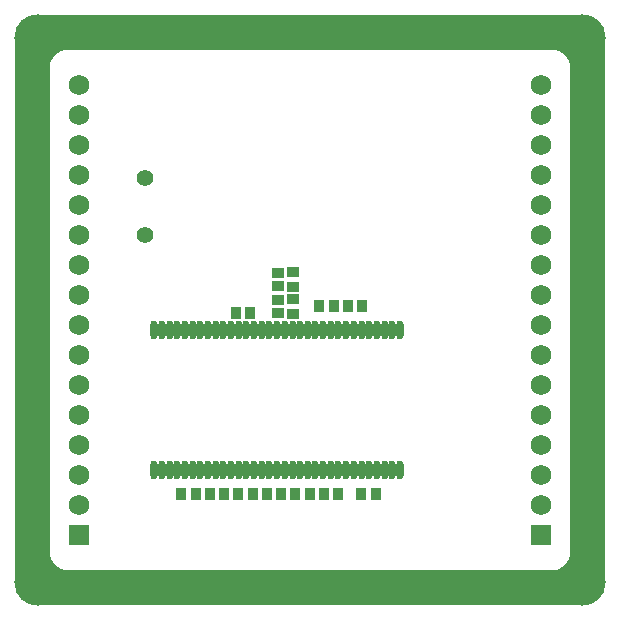
<source format=gbs>
G04 Layer_Color=8150272*
%FSLAX23Y23*%
%MOIN*%
G70*
G01*
G75*
%ADD38C,0.158*%
%ADD50R,0.038X0.041*%
%ADD54R,0.036X0.041*%
%ADD58R,0.041X0.036*%
%ADD61C,0.069*%
%ADD62R,0.069X0.069*%
%ADD63C,0.056*%
%ADD64C,0.058*%
%ADD65R,0.041X0.038*%
%ADD66O,0.024X0.063*%
G36*
X1890Y1969D02*
X1890Y1890D01*
X1969D01*
X1969Y79D01*
X1890D01*
Y-0D01*
X79Y-0D01*
Y79D01*
X-0Y79D01*
X-0Y1890D01*
X79Y1890D01*
X79Y1969D01*
X1890Y1969D01*
D02*
G37*
%LPC*%
G36*
X174Y1850D02*
X166Y1850D01*
X154Y1846D01*
X144Y1841D01*
X135Y1833D01*
X128Y1824D01*
X122Y1814D01*
X119Y1803D01*
X118Y1794D01*
X118Y177D01*
X118D01*
Y174D01*
X119Y166D01*
X122Y154D01*
X128Y144D01*
X135Y135D01*
X144Y128D01*
X154Y122D01*
X166Y119D01*
X174Y118D01*
X1791Y118D01*
Y118D01*
X1794D01*
X1803Y119D01*
X1814Y122D01*
X1824Y128D01*
X1833Y135D01*
X1841Y144D01*
X1846Y154D01*
X1850Y166D01*
X1850Y174D01*
X1850Y1794D01*
X1850Y1803D01*
X1846Y1814D01*
X1841Y1824D01*
X1833Y1833D01*
X1824Y1841D01*
X1814Y1846D01*
X1803Y1850D01*
X1794Y1850D01*
X174Y1850D01*
D02*
G37*
G36*
X1850Y118D02*
X1794D01*
X1794Y118D01*
X1850D01*
Y118D01*
D02*
G37*
G36*
X118Y1850D02*
Y1850D01*
X118Y1850D01*
X118D01*
D02*
G37*
G36*
X118Y174D02*
Y118D01*
X118D01*
X118Y118D01*
Y174D01*
X118Y174D01*
D02*
G37*
%LPD*%
D38*
X79Y1890D02*
D03*
X79Y79D02*
D03*
X1890D02*
D03*
X1890Y1890D02*
D03*
D50*
X1159Y996D02*
D03*
X1110D02*
D03*
X1204Y371D02*
D03*
X1155D02*
D03*
X935D02*
D03*
X984D02*
D03*
X1079D02*
D03*
X1030D02*
D03*
X555D02*
D03*
X604D02*
D03*
X1015Y996D02*
D03*
X1064D02*
D03*
X745Y371D02*
D03*
X794D02*
D03*
X889D02*
D03*
X840D02*
D03*
D54*
X697D02*
D03*
X652D02*
D03*
X737Y975D02*
D03*
X783D02*
D03*
D58*
X879Y1064D02*
D03*
Y1109D02*
D03*
Y974D02*
D03*
Y1019D02*
D03*
D61*
X1755Y1735D02*
D03*
Y1635D02*
D03*
Y1535D02*
D03*
Y1435D02*
D03*
Y1335D02*
D03*
Y1235D02*
D03*
Y1135D02*
D03*
Y1035D02*
D03*
Y935D02*
D03*
Y835D02*
D03*
Y735D02*
D03*
Y635D02*
D03*
Y535D02*
D03*
Y435D02*
D03*
Y335D02*
D03*
X215Y1735D02*
D03*
Y1635D02*
D03*
Y1535D02*
D03*
Y1435D02*
D03*
Y1335D02*
D03*
Y1235D02*
D03*
Y1135D02*
D03*
Y1035D02*
D03*
Y935D02*
D03*
Y835D02*
D03*
Y735D02*
D03*
Y635D02*
D03*
Y535D02*
D03*
Y435D02*
D03*
Y335D02*
D03*
D62*
X1755Y235D02*
D03*
X215D02*
D03*
D63*
X435Y1235D02*
D03*
Y1425D02*
D03*
D64*
X244Y59D02*
D03*
X429D02*
D03*
X614D02*
D03*
X799D02*
D03*
X984D02*
D03*
X1169D02*
D03*
X1354D02*
D03*
X1539D02*
D03*
X1724D02*
D03*
X1909Y244D02*
D03*
Y429D02*
D03*
Y614D02*
D03*
Y799D02*
D03*
Y984D02*
D03*
Y1169D02*
D03*
Y1354D02*
D03*
Y1539D02*
D03*
Y1724D02*
D03*
X1724Y1909D02*
D03*
X1539D02*
D03*
X1354D02*
D03*
X1169D02*
D03*
X984D02*
D03*
X799D02*
D03*
X614D02*
D03*
X429D02*
D03*
X244D02*
D03*
X59Y1539D02*
D03*
Y1354D02*
D03*
Y1169D02*
D03*
Y984D02*
D03*
Y799D02*
D03*
Y614D02*
D03*
Y429D02*
D03*
Y244D02*
D03*
X59Y1724D02*
D03*
D65*
X929Y1111D02*
D03*
Y1062D02*
D03*
Y1021D02*
D03*
Y972D02*
D03*
D66*
X465Y916D02*
D03*
X491D02*
D03*
X516D02*
D03*
X542D02*
D03*
X567D02*
D03*
X593D02*
D03*
X619D02*
D03*
X644D02*
D03*
X670D02*
D03*
X695D02*
D03*
X721D02*
D03*
X746D02*
D03*
X772D02*
D03*
X798D02*
D03*
X823D02*
D03*
X849D02*
D03*
X874D02*
D03*
X900D02*
D03*
X926D02*
D03*
X951D02*
D03*
X977D02*
D03*
X1002D02*
D03*
X1028D02*
D03*
X1054D02*
D03*
X1079D02*
D03*
X1105D02*
D03*
X1130D02*
D03*
X1156D02*
D03*
X1182D02*
D03*
X1207D02*
D03*
X1233D02*
D03*
X1258D02*
D03*
X1284D02*
D03*
X465Y450D02*
D03*
X491D02*
D03*
X516D02*
D03*
X542D02*
D03*
X567D02*
D03*
X593D02*
D03*
X619D02*
D03*
X644D02*
D03*
X670D02*
D03*
X695D02*
D03*
X721D02*
D03*
X746D02*
D03*
X772D02*
D03*
X798D02*
D03*
X823D02*
D03*
X849D02*
D03*
X874D02*
D03*
X900D02*
D03*
X926D02*
D03*
X951D02*
D03*
X977D02*
D03*
X1002D02*
D03*
X1028D02*
D03*
X1054D02*
D03*
X1079D02*
D03*
X1105D02*
D03*
X1130D02*
D03*
X1156D02*
D03*
X1182D02*
D03*
X1207D02*
D03*
X1233D02*
D03*
X1258D02*
D03*
X1284D02*
D03*
M02*

</source>
